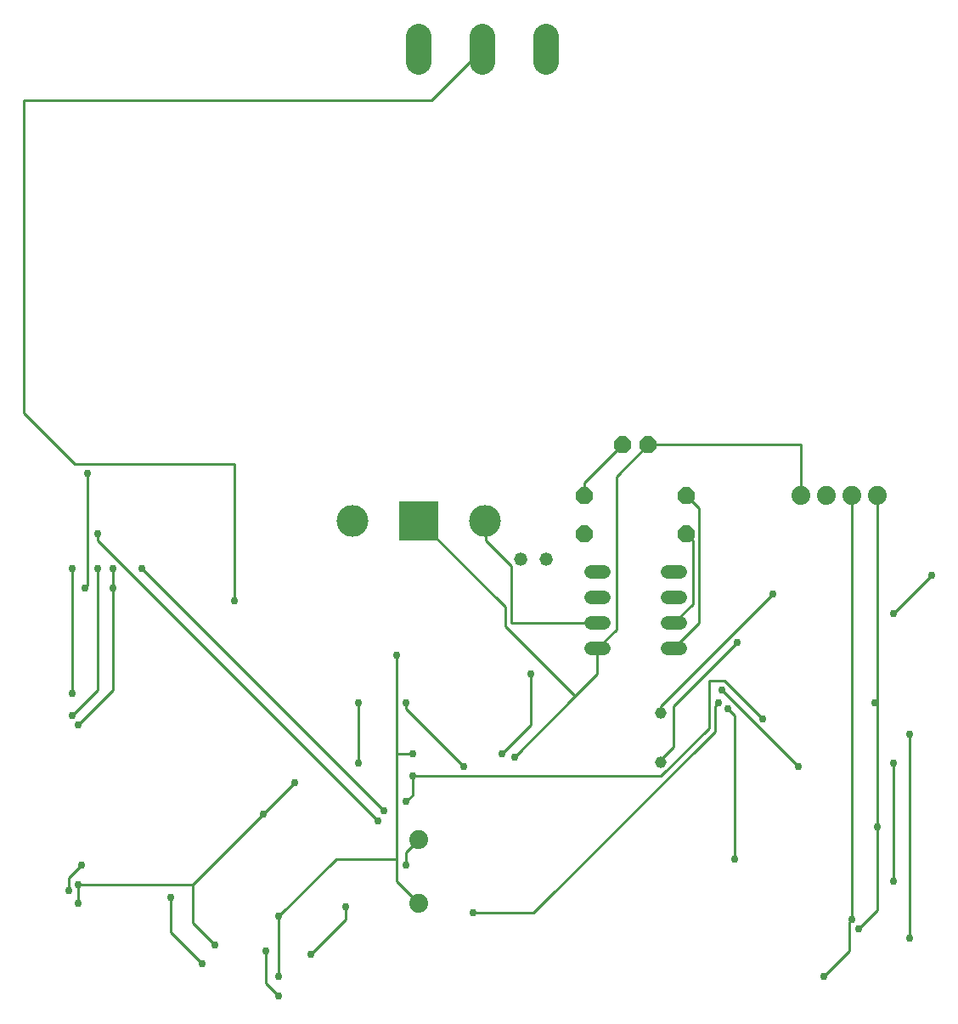
<source format=gbr>
G04 EAGLE Gerber RS-274X export*
G75*
%MOMM*%
%FSLAX34Y34*%
%LPD*%
%INBottom Copper*%
%IPPOS*%
%AMOC8*
5,1,8,0,0,1.08239X$1,22.5*%
G01*
%ADD10C,1.158000*%
%ADD11C,2.540000*%
%ADD12C,1.879600*%
%ADD13C,1.320800*%
%ADD14C,1.320800*%
%ADD15R,3.962400X3.962400*%
%ADD16C,3.175000*%
%ADD17P,1.814519X8X22.500000*%
%ADD18P,1.814519X8X202.500000*%
%ADD19C,0.254000*%
%ADD20C,0.756400*%


D10*
X673100Y280400D03*
X673100Y329200D03*
D11*
X558800Y977900D02*
X558800Y1003300D01*
X431800Y1003300D02*
X431800Y977900D01*
X495300Y977900D02*
X495300Y1003300D01*
D12*
X431800Y139700D03*
X431800Y203200D03*
X812800Y546100D03*
X838200Y546100D03*
X863600Y546100D03*
X889000Y546100D03*
D13*
X533400Y482600D03*
X558800Y482600D03*
D14*
X602996Y469900D02*
X616204Y469900D01*
X616204Y444500D02*
X602996Y444500D01*
X602996Y419100D02*
X616204Y419100D01*
X616204Y393700D02*
X602996Y393700D01*
X679196Y393700D02*
X692404Y393700D01*
X692404Y419100D02*
X679196Y419100D01*
X679196Y444500D02*
X692404Y444500D01*
X692404Y469900D02*
X679196Y469900D01*
D15*
X431800Y520700D03*
D16*
X365760Y520700D03*
X497840Y520700D03*
D17*
X596900Y508000D03*
X698500Y508000D03*
D18*
X698500Y546100D03*
X596900Y546100D03*
D17*
X635000Y596900D03*
X660400Y596900D03*
D19*
X784225Y447675D02*
X673100Y336550D01*
X673100Y329200D01*
D20*
X784225Y447675D03*
D19*
X749300Y400050D02*
X685800Y336550D01*
X685800Y295275D01*
X673100Y282575D01*
X673100Y280400D01*
D20*
X749300Y400050D03*
D19*
X904875Y428625D02*
X942975Y466725D01*
D20*
X942975Y466725D03*
X904875Y428625D03*
D19*
X635000Y596900D02*
X596900Y558800D01*
X596900Y546100D01*
X409575Y184150D02*
X409575Y161925D01*
X409575Y184150D02*
X409575Y288925D01*
X409575Y387350D01*
X409575Y161925D02*
X431800Y139700D01*
X349250Y184150D02*
X292100Y127000D01*
X349250Y184150D02*
X409575Y184150D01*
X292100Y127000D02*
X292100Y66675D01*
X409575Y288925D02*
X425450Y288925D01*
D20*
X409575Y387350D03*
X292100Y127000D03*
X292100Y66675D03*
X425450Y288925D03*
D19*
X660400Y596900D02*
X812800Y596900D01*
X812800Y546100D01*
X92075Y158750D02*
X92075Y139700D01*
X206375Y158750D02*
X276225Y228600D01*
X307975Y260350D01*
X206375Y158750D02*
X92075Y158750D01*
X587375Y346075D02*
X609600Y368300D01*
X587375Y346075D02*
X527050Y285750D01*
X609600Y368300D02*
X609600Y393700D01*
X517525Y434975D02*
X431800Y520700D01*
X517525Y434975D02*
X517525Y415925D01*
X587375Y346075D01*
X228600Y98425D02*
X206375Y120650D01*
X206375Y158750D01*
X628650Y565150D02*
X660400Y596900D01*
X628650Y565150D02*
X628650Y412750D01*
X609600Y393700D01*
D20*
X92075Y139700D03*
X92075Y158750D03*
X307975Y260350D03*
X276225Y228600D03*
X527050Y285750D03*
X228600Y98425D03*
D19*
X727075Y336550D02*
X730250Y339725D01*
X727075Y336550D02*
X727075Y311150D01*
X546100Y130175D01*
X485775Y130175D01*
D20*
X730250Y339725D03*
X485775Y130175D03*
D19*
X736600Y361950D02*
X774700Y323850D01*
X736600Y361950D02*
X720725Y361950D01*
X720725Y314325D01*
X673100Y266700D01*
X425450Y266700D01*
X425450Y247650D02*
X419100Y241300D01*
X425450Y247650D02*
X425450Y266700D01*
D20*
X774700Y323850D03*
X425450Y266700D03*
X419100Y241300D03*
D19*
X904875Y279400D02*
X904875Y161925D01*
D20*
X904875Y279400D03*
X904875Y161925D03*
D19*
X920750Y104775D02*
X920750Y307975D01*
D20*
X920750Y307975D03*
X920750Y104775D03*
D19*
X711200Y533400D02*
X698500Y546100D01*
X711200Y533400D02*
X711200Y419100D01*
X685800Y393700D01*
X863600Y546100D02*
X863600Y123825D01*
X860425Y92075D02*
X835025Y66675D01*
X860425Y92075D02*
X860425Y120650D01*
X863600Y123825D01*
D20*
X863600Y123825D03*
X835025Y66675D03*
D19*
X685800Y419100D02*
X704850Y438150D01*
X704850Y501650D01*
X698500Y508000D01*
X889000Y133350D02*
X869950Y114300D01*
X889000Y339725D02*
X889000Y546100D01*
X889000Y339725D02*
X889000Y215900D01*
X889000Y133350D01*
X889000Y339725D02*
X885825Y339725D01*
D20*
X869950Y114300D03*
X885825Y339725D03*
X889000Y215900D03*
D19*
X746125Y327025D02*
X739775Y333375D01*
X746125Y327025D02*
X746125Y184150D01*
D20*
X739775Y333375D03*
X746125Y184150D03*
D19*
X444500Y939800D02*
X495300Y990600D01*
X444500Y939800D02*
X38100Y939800D01*
X38100Y628650D01*
X88900Y577850D01*
X247650Y577850D01*
X247650Y441325D01*
D20*
X247650Y441325D03*
D19*
X419100Y333375D02*
X476250Y276225D01*
X419100Y333375D02*
X419100Y339725D01*
D20*
X476250Y276225D03*
X419100Y339725D03*
D19*
X514350Y288925D02*
X542925Y317500D01*
X542925Y368300D01*
D20*
X514350Y288925D03*
X542925Y368300D03*
D19*
X371475Y339725D02*
X371475Y279400D01*
D20*
X371475Y339725D03*
X371475Y279400D03*
D19*
X358775Y123825D02*
X323850Y88900D01*
X358775Y123825D02*
X358775Y136525D01*
D20*
X323850Y88900D03*
X358775Y136525D03*
D19*
X215900Y79375D02*
X184150Y111125D01*
X184150Y146050D01*
D20*
X215900Y79375D03*
X184150Y146050D03*
D19*
X95250Y177800D02*
X82550Y165100D01*
X82550Y152400D01*
D20*
X95250Y177800D03*
X82550Y152400D03*
D19*
X419100Y190500D02*
X431800Y203200D01*
X419100Y190500D02*
X419100Y177800D01*
D20*
X419100Y177800D03*
D19*
X292100Y47625D02*
X279400Y60325D01*
X279400Y92075D01*
D20*
X292100Y47625D03*
X279400Y92075D03*
D19*
X98425Y454025D02*
X101600Y457200D01*
X101600Y568325D01*
D20*
X98425Y454025D03*
X101600Y568325D03*
D19*
X85725Y473075D02*
X85725Y349250D01*
D20*
X85725Y349250D03*
X85725Y473075D03*
D19*
X127000Y473075D02*
X127000Y454025D01*
X127000Y352425D02*
X92075Y317500D01*
X127000Y352425D02*
X127000Y454025D01*
D20*
X127000Y454025D03*
X127000Y473075D03*
X92075Y317500D03*
D19*
X733425Y352425D02*
X809625Y276225D01*
D20*
X809625Y276225D03*
X733425Y352425D03*
D19*
X390525Y222250D02*
X111125Y501650D01*
X111125Y508000D01*
D20*
X390525Y222250D03*
X111125Y508000D03*
D19*
X155575Y473075D02*
X396875Y231775D01*
D20*
X396875Y231775D03*
X155575Y473075D03*
D19*
X111125Y352425D02*
X85725Y327025D01*
X111125Y352425D02*
X111125Y473075D01*
D20*
X85725Y327025D03*
X111125Y473075D03*
D19*
X523875Y419100D02*
X609600Y419100D01*
X523875Y419100D02*
X523875Y476250D01*
X498475Y501650D01*
X498475Y520700D01*
X497840Y520700D01*
M02*

</source>
